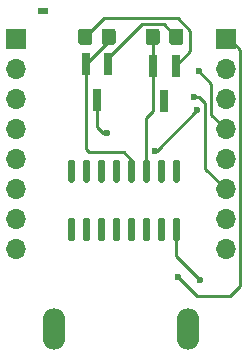
<source format=gbr>
%TF.GenerationSoftware,KiCad,Pcbnew,(5.1.10)-1*%
%TF.CreationDate,2021-07-31T00:05:09+08:00*%
%TF.ProjectId,ESP_Keychain,4553505f-4b65-4796-9368-61696e2e6b69,rev?*%
%TF.SameCoordinates,Original*%
%TF.FileFunction,Copper,L2,Bot*%
%TF.FilePolarity,Positive*%
%FSLAX46Y46*%
G04 Gerber Fmt 4.6, Leading zero omitted, Abs format (unit mm)*
G04 Created by KiCad (PCBNEW (5.1.10)-1) date 2021-07-31 00:05:09*
%MOMM*%
%LPD*%
G01*
G04 APERTURE LIST*
%TA.AperFunction,SMDPad,CuDef*%
%ADD10R,0.800000X1.900000*%
%TD*%
%TA.AperFunction,ComponentPad*%
%ADD11O,1.700000X1.700000*%
%TD*%
%TA.AperFunction,ComponentPad*%
%ADD12R,1.700000X1.700000*%
%TD*%
%TA.AperFunction,ComponentPad*%
%ADD13O,1.900000X3.500000*%
%TD*%
%TA.AperFunction,ComponentPad*%
%ADD14R,0.900000X0.500000*%
%TD*%
%TA.AperFunction,ViaPad*%
%ADD15C,0.600000*%
%TD*%
%TA.AperFunction,Conductor*%
%ADD16C,0.250000*%
%TD*%
G04 APERTURE END LIST*
%TO.P,U2,16*%
%TO.N,+3V3*%
%TA.AperFunction,SMDPad,CuDef*%
G36*
G01*
X115339000Y-75970000D02*
X115039000Y-75970000D01*
G75*
G02*
X114889000Y-75820000I0J150000D01*
G01*
X114889000Y-74170000D01*
G75*
G02*
X115039000Y-74020000I150000J0D01*
G01*
X115339000Y-74020000D01*
G75*
G02*
X115489000Y-74170000I0J-150000D01*
G01*
X115489000Y-75820000D01*
G75*
G02*
X115339000Y-75970000I-150000J0D01*
G01*
G37*
%TD.AperFunction*%
%TO.P,U2,15*%
%TO.N,Net-(U2-Pad15)*%
%TA.AperFunction,SMDPad,CuDef*%
G36*
G01*
X114069000Y-75970000D02*
X113769000Y-75970000D01*
G75*
G02*
X113619000Y-75820000I0J150000D01*
G01*
X113619000Y-74170000D01*
G75*
G02*
X113769000Y-74020000I150000J0D01*
G01*
X114069000Y-74020000D01*
G75*
G02*
X114219000Y-74170000I0J-150000D01*
G01*
X114219000Y-75820000D01*
G75*
G02*
X114069000Y-75970000I-150000J0D01*
G01*
G37*
%TD.AperFunction*%
%TO.P,U2,14*%
%TO.N,RTS*%
%TA.AperFunction,SMDPad,CuDef*%
G36*
G01*
X112799000Y-75970000D02*
X112499000Y-75970000D01*
G75*
G02*
X112349000Y-75820000I0J150000D01*
G01*
X112349000Y-74170000D01*
G75*
G02*
X112499000Y-74020000I150000J0D01*
G01*
X112799000Y-74020000D01*
G75*
G02*
X112949000Y-74170000I0J-150000D01*
G01*
X112949000Y-75820000D01*
G75*
G02*
X112799000Y-75970000I-150000J0D01*
G01*
G37*
%TD.AperFunction*%
%TO.P,U2,13*%
%TO.N,DTR*%
%TA.AperFunction,SMDPad,CuDef*%
G36*
G01*
X111529000Y-75970000D02*
X111229000Y-75970000D01*
G75*
G02*
X111079000Y-75820000I0J150000D01*
G01*
X111079000Y-74170000D01*
G75*
G02*
X111229000Y-74020000I150000J0D01*
G01*
X111529000Y-74020000D01*
G75*
G02*
X111679000Y-74170000I0J-150000D01*
G01*
X111679000Y-75820000D01*
G75*
G02*
X111529000Y-75970000I-150000J0D01*
G01*
G37*
%TD.AperFunction*%
%TO.P,U2,12*%
%TO.N,Net-(U2-Pad12)*%
%TA.AperFunction,SMDPad,CuDef*%
G36*
G01*
X110259000Y-75970000D02*
X109959000Y-75970000D01*
G75*
G02*
X109809000Y-75820000I0J150000D01*
G01*
X109809000Y-74170000D01*
G75*
G02*
X109959000Y-74020000I150000J0D01*
G01*
X110259000Y-74020000D01*
G75*
G02*
X110409000Y-74170000I0J-150000D01*
G01*
X110409000Y-75820000D01*
G75*
G02*
X110259000Y-75970000I-150000J0D01*
G01*
G37*
%TD.AperFunction*%
%TO.P,U2,11*%
%TO.N,Net-(U2-Pad11)*%
%TA.AperFunction,SMDPad,CuDef*%
G36*
G01*
X108989000Y-75970000D02*
X108689000Y-75970000D01*
G75*
G02*
X108539000Y-75820000I0J150000D01*
G01*
X108539000Y-74170000D01*
G75*
G02*
X108689000Y-74020000I150000J0D01*
G01*
X108989000Y-74020000D01*
G75*
G02*
X109139000Y-74170000I0J-150000D01*
G01*
X109139000Y-75820000D01*
G75*
G02*
X108989000Y-75970000I-150000J0D01*
G01*
G37*
%TD.AperFunction*%
%TO.P,U2,10*%
%TO.N,Net-(U2-Pad10)*%
%TA.AperFunction,SMDPad,CuDef*%
G36*
G01*
X107719000Y-75970000D02*
X107419000Y-75970000D01*
G75*
G02*
X107269000Y-75820000I0J150000D01*
G01*
X107269000Y-74170000D01*
G75*
G02*
X107419000Y-74020000I150000J0D01*
G01*
X107719000Y-74020000D01*
G75*
G02*
X107869000Y-74170000I0J-150000D01*
G01*
X107869000Y-75820000D01*
G75*
G02*
X107719000Y-75970000I-150000J0D01*
G01*
G37*
%TD.AperFunction*%
%TO.P,U2,9*%
%TO.N,Net-(U2-Pad9)*%
%TA.AperFunction,SMDPad,CuDef*%
G36*
G01*
X106449000Y-75970000D02*
X106149000Y-75970000D01*
G75*
G02*
X105999000Y-75820000I0J150000D01*
G01*
X105999000Y-74170000D01*
G75*
G02*
X106149000Y-74020000I150000J0D01*
G01*
X106449000Y-74020000D01*
G75*
G02*
X106599000Y-74170000I0J-150000D01*
G01*
X106599000Y-75820000D01*
G75*
G02*
X106449000Y-75970000I-150000J0D01*
G01*
G37*
%TD.AperFunction*%
%TO.P,U2,8*%
%TO.N,Net-(U2-Pad8)*%
%TA.AperFunction,SMDPad,CuDef*%
G36*
G01*
X106449000Y-80920000D02*
X106149000Y-80920000D01*
G75*
G02*
X105999000Y-80770000I0J150000D01*
G01*
X105999000Y-79120000D01*
G75*
G02*
X106149000Y-78970000I150000J0D01*
G01*
X106449000Y-78970000D01*
G75*
G02*
X106599000Y-79120000I0J-150000D01*
G01*
X106599000Y-80770000D01*
G75*
G02*
X106449000Y-80920000I-150000J0D01*
G01*
G37*
%TD.AperFunction*%
%TO.P,U2,7*%
%TO.N,Net-(U2-Pad7)*%
%TA.AperFunction,SMDPad,CuDef*%
G36*
G01*
X107719000Y-80920000D02*
X107419000Y-80920000D01*
G75*
G02*
X107269000Y-80770000I0J150000D01*
G01*
X107269000Y-79120000D01*
G75*
G02*
X107419000Y-78970000I150000J0D01*
G01*
X107719000Y-78970000D01*
G75*
G02*
X107869000Y-79120000I0J-150000D01*
G01*
X107869000Y-80770000D01*
G75*
G02*
X107719000Y-80920000I-150000J0D01*
G01*
G37*
%TD.AperFunction*%
%TO.P,U2,6*%
%TO.N,D-*%
%TA.AperFunction,SMDPad,CuDef*%
G36*
G01*
X108989000Y-80920000D02*
X108689000Y-80920000D01*
G75*
G02*
X108539000Y-80770000I0J150000D01*
G01*
X108539000Y-79120000D01*
G75*
G02*
X108689000Y-78970000I150000J0D01*
G01*
X108989000Y-78970000D01*
G75*
G02*
X109139000Y-79120000I0J-150000D01*
G01*
X109139000Y-80770000D01*
G75*
G02*
X108989000Y-80920000I-150000J0D01*
G01*
G37*
%TD.AperFunction*%
%TO.P,U2,5*%
%TO.N,D+*%
%TA.AperFunction,SMDPad,CuDef*%
G36*
G01*
X110259000Y-80920000D02*
X109959000Y-80920000D01*
G75*
G02*
X109809000Y-80770000I0J150000D01*
G01*
X109809000Y-79120000D01*
G75*
G02*
X109959000Y-78970000I150000J0D01*
G01*
X110259000Y-78970000D01*
G75*
G02*
X110409000Y-79120000I0J-150000D01*
G01*
X110409000Y-80770000D01*
G75*
G02*
X110259000Y-80920000I-150000J0D01*
G01*
G37*
%TD.AperFunction*%
%TO.P,U2,4*%
%TO.N,+3V3*%
%TA.AperFunction,SMDPad,CuDef*%
G36*
G01*
X111529000Y-80920000D02*
X111229000Y-80920000D01*
G75*
G02*
X111079000Y-80770000I0J150000D01*
G01*
X111079000Y-79120000D01*
G75*
G02*
X111229000Y-78970000I150000J0D01*
G01*
X111529000Y-78970000D01*
G75*
G02*
X111679000Y-79120000I0J-150000D01*
G01*
X111679000Y-80770000D01*
G75*
G02*
X111529000Y-80920000I-150000J0D01*
G01*
G37*
%TD.AperFunction*%
%TO.P,U2,3*%
%TO.N,TX*%
%TA.AperFunction,SMDPad,CuDef*%
G36*
G01*
X112799000Y-80920000D02*
X112499000Y-80920000D01*
G75*
G02*
X112349000Y-80770000I0J150000D01*
G01*
X112349000Y-79120000D01*
G75*
G02*
X112499000Y-78970000I150000J0D01*
G01*
X112799000Y-78970000D01*
G75*
G02*
X112949000Y-79120000I0J-150000D01*
G01*
X112949000Y-80770000D01*
G75*
G02*
X112799000Y-80920000I-150000J0D01*
G01*
G37*
%TD.AperFunction*%
%TO.P,U2,2*%
%TO.N,RX*%
%TA.AperFunction,SMDPad,CuDef*%
G36*
G01*
X114069000Y-80920000D02*
X113769000Y-80920000D01*
G75*
G02*
X113619000Y-80770000I0J150000D01*
G01*
X113619000Y-79120000D01*
G75*
G02*
X113769000Y-78970000I150000J0D01*
G01*
X114069000Y-78970000D01*
G75*
G02*
X114219000Y-79120000I0J-150000D01*
G01*
X114219000Y-80770000D01*
G75*
G02*
X114069000Y-80920000I-150000J0D01*
G01*
G37*
%TD.AperFunction*%
%TO.P,U2,1*%
%TO.N,GND*%
%TA.AperFunction,SMDPad,CuDef*%
G36*
G01*
X115339000Y-80920000D02*
X115039000Y-80920000D01*
G75*
G02*
X114889000Y-80770000I0J150000D01*
G01*
X114889000Y-79120000D01*
G75*
G02*
X115039000Y-78970000I150000J0D01*
G01*
X115339000Y-78970000D01*
G75*
G02*
X115489000Y-79120000I0J-150000D01*
G01*
X115489000Y-80770000D01*
G75*
G02*
X115339000Y-80920000I-150000J0D01*
G01*
G37*
%TD.AperFunction*%
%TD*%
%TO.P,R2,2*%
%TO.N,RTS*%
%TA.AperFunction,SMDPad,CuDef*%
G36*
G01*
X113773000Y-63176999D02*
X113773000Y-64077001D01*
G75*
G02*
X113523001Y-64327000I-249999J0D01*
G01*
X112822999Y-64327000D01*
G75*
G02*
X112573000Y-64077001I0J249999D01*
G01*
X112573000Y-63176999D01*
G75*
G02*
X112822999Y-62927000I249999J0D01*
G01*
X113523001Y-62927000D01*
G75*
G02*
X113773000Y-63176999I0J-249999D01*
G01*
G37*
%TD.AperFunction*%
%TO.P,R2,1*%
%TO.N,Net-(Q2-Pad2)*%
%TA.AperFunction,SMDPad,CuDef*%
G36*
G01*
X115773000Y-63176999D02*
X115773000Y-64077001D01*
G75*
G02*
X115523001Y-64327000I-249999J0D01*
G01*
X114822999Y-64327000D01*
G75*
G02*
X114573000Y-64077001I0J249999D01*
G01*
X114573000Y-63176999D01*
G75*
G02*
X114822999Y-62927000I249999J0D01*
G01*
X115523001Y-62927000D01*
G75*
G02*
X115773000Y-63176999I0J-249999D01*
G01*
G37*
%TD.AperFunction*%
%TD*%
%TO.P,R1,2*%
%TO.N,DTR*%
%TA.AperFunction,SMDPad,CuDef*%
G36*
G01*
X108858000Y-64077001D02*
X108858000Y-63176999D01*
G75*
G02*
X109107999Y-62927000I249999J0D01*
G01*
X109808001Y-62927000D01*
G75*
G02*
X110058000Y-63176999I0J-249999D01*
G01*
X110058000Y-64077001D01*
G75*
G02*
X109808001Y-64327000I-249999J0D01*
G01*
X109107999Y-64327000D01*
G75*
G02*
X108858000Y-64077001I0J249999D01*
G01*
G37*
%TD.AperFunction*%
%TO.P,R1,1*%
%TO.N,Net-(Q1-Pad2)*%
%TA.AperFunction,SMDPad,CuDef*%
G36*
G01*
X106858000Y-64077001D02*
X106858000Y-63176999D01*
G75*
G02*
X107107999Y-62927000I249999J0D01*
G01*
X107808001Y-62927000D01*
G75*
G02*
X108058000Y-63176999I0J-249999D01*
G01*
X108058000Y-64077001D01*
G75*
G02*
X107808001Y-64327000I-249999J0D01*
G01*
X107107999Y-64327000D01*
G75*
G02*
X106858000Y-64077001I0J249999D01*
G01*
G37*
%TD.AperFunction*%
%TD*%
D10*
%TO.P,Q2,3*%
%TO.N,GPIO0*%
X108458000Y-68937000D03*
%TO.P,Q2,2*%
%TO.N,Net-(Q2-Pad2)*%
X109408000Y-65937000D03*
%TO.P,Q2,1*%
%TO.N,DTR*%
X107508000Y-65937000D03*
%TD*%
%TO.P,Q1,3*%
%TO.N,RST*%
X114173000Y-69064000D03*
%TO.P,Q1,2*%
%TO.N,Net-(Q1-Pad2)*%
X115123000Y-66064000D03*
%TO.P,Q1,1*%
%TO.N,RTS*%
X113223000Y-66064000D03*
%TD*%
D11*
%TO.P,J3,8*%
%TO.N,GPIO0*%
X119380000Y-81635600D03*
%TO.P,J3,7*%
%TO.N,GPIO2*%
X119380000Y-79095600D03*
%TO.P,J3,6*%
%TO.N,GPIO5*%
X119380000Y-76555600D03*
%TO.P,J3,5*%
%TO.N,RX*%
X119380000Y-74015600D03*
%TO.P,J3,4*%
%TO.N,TX*%
X119380000Y-71475600D03*
%TO.P,J3,3*%
%TO.N,GND*%
X119380000Y-68935600D03*
%TO.P,J3,2*%
%TO.N,+3V3*%
X119380000Y-66395600D03*
D12*
%TO.P,J3,1*%
%TO.N,VBUS*%
X119380000Y-63855600D03*
%TD*%
D11*
%TO.P,J2,8*%
%TO.N,GPIO16*%
X101600000Y-81635600D03*
%TO.P,J2,7*%
%TO.N,GPIO15*%
X101600000Y-79095600D03*
%TO.P,J2,6*%
%TO.N,GPIO14*%
X101600000Y-76555600D03*
%TO.P,J2,5*%
%TO.N,GPIO13*%
X101600000Y-74015600D03*
%TO.P,J2,4*%
%TO.N,GPIO12*%
X101600000Y-71475600D03*
%TO.P,J2,3*%
%TO.N,GPIO4*%
X101600000Y-68935600D03*
%TO.P,J2,2*%
%TO.N,ADC*%
X101600000Y-66395600D03*
D12*
%TO.P,J2,1*%
%TO.N,RST*%
X101600000Y-63855600D03*
%TD*%
D13*
%TO.P,J1,5*%
%TO.N,GND*%
X104790000Y-88350000D03*
X116190000Y-88350000D03*
%TD*%
D14*
%TO.P,AE1,2*%
%TO.N,N/C*%
X103919600Y-61468000D03*
%TD*%
D15*
%TO.N,GND*%
X117221000Y-84201000D03*
%TO.N,VBUS*%
X115316000Y-83947000D03*
%TO.N,GPIO0*%
X109347000Y-71755000D03*
%TO.N,TX*%
X117094000Y-66548000D03*
%TO.N,GPIO5*%
X116713000Y-68707000D03*
%TO.N,GPIO4*%
X113411000Y-73279000D03*
X116967000Y-69850000D03*
%TD*%
D16*
%TO.N,GND*%
X115189000Y-79945000D02*
X115189000Y-82169000D01*
X115189000Y-82169000D02*
X117221000Y-84201000D01*
%TO.N,VBUS*%
X120605001Y-64725001D02*
X120605001Y-84753999D01*
X119380000Y-63500000D02*
X120605001Y-64725001D01*
X120605001Y-84753999D02*
X119759000Y-85600000D01*
X116969000Y-85600000D02*
X117223000Y-85600000D01*
X115316000Y-83947000D02*
X116969000Y-85600000D01*
X119759000Y-85600000D02*
X117223000Y-85600000D01*
%TO.N,Net-(Q1-Pad2)*%
X115281880Y-62051980D02*
X116332000Y-63102100D01*
X109033020Y-62051980D02*
X115281880Y-62051980D01*
X107458000Y-63627000D02*
X109033020Y-62051980D01*
X116332000Y-64855000D02*
X115123000Y-66064000D01*
X116332000Y-63102100D02*
X116332000Y-64855000D01*
%TO.N,RTS*%
X113223000Y-66064000D02*
X113223000Y-69911000D01*
X112649000Y-70485000D02*
X112649000Y-74995000D01*
X113223000Y-69911000D02*
X112649000Y-70485000D01*
X113173000Y-66014000D02*
X113223000Y-66064000D01*
X113173000Y-63627000D02*
X113173000Y-66014000D01*
%TO.N,GPIO0*%
X108458000Y-68937000D02*
X108458000Y-71247000D01*
X108966000Y-71755000D02*
X109347000Y-71755000D01*
X108458000Y-71247000D02*
X108966000Y-71755000D01*
%TO.N,Net-(Q2-Pad2)*%
X114097990Y-62551990D02*
X115173000Y-63627000D01*
X112243010Y-62551990D02*
X114097990Y-62551990D01*
X109408000Y-65387000D02*
X112243010Y-62551990D01*
X109408000Y-65937000D02*
X109408000Y-65387000D01*
%TO.N,DTR*%
X109458000Y-63627000D02*
X109474000Y-63627000D01*
X111379000Y-74295000D02*
X111379000Y-74995000D01*
X109458000Y-63987000D02*
X107508000Y-65937000D01*
X109458000Y-63627000D02*
X109458000Y-63987000D01*
X110765000Y-73406000D02*
X111379000Y-74020000D01*
X111379000Y-74020000D02*
X111379000Y-74995000D01*
X107823000Y-73406000D02*
X110765000Y-73406000D01*
X107508000Y-73091000D02*
X107823000Y-73406000D01*
X107508000Y-65937000D02*
X107508000Y-73091000D01*
%TO.N,TX*%
X118154999Y-67608999D02*
X117094000Y-66548000D01*
X118154999Y-70250599D02*
X118154999Y-67608999D01*
X119380000Y-71475600D02*
X118154999Y-70250599D01*
%TO.N,GPIO5*%
X117642001Y-74817601D02*
X119380000Y-76555600D01*
X117642001Y-69211737D02*
X117642001Y-74817601D01*
X117137264Y-68707000D02*
X117642001Y-69211737D01*
X116713000Y-68707000D02*
X117137264Y-68707000D01*
%TO.N,GPIO4*%
X113538000Y-73279000D02*
X113411000Y-73279000D01*
X116967000Y-69850000D02*
X113538000Y-73279000D01*
%TD*%
M02*

</source>
